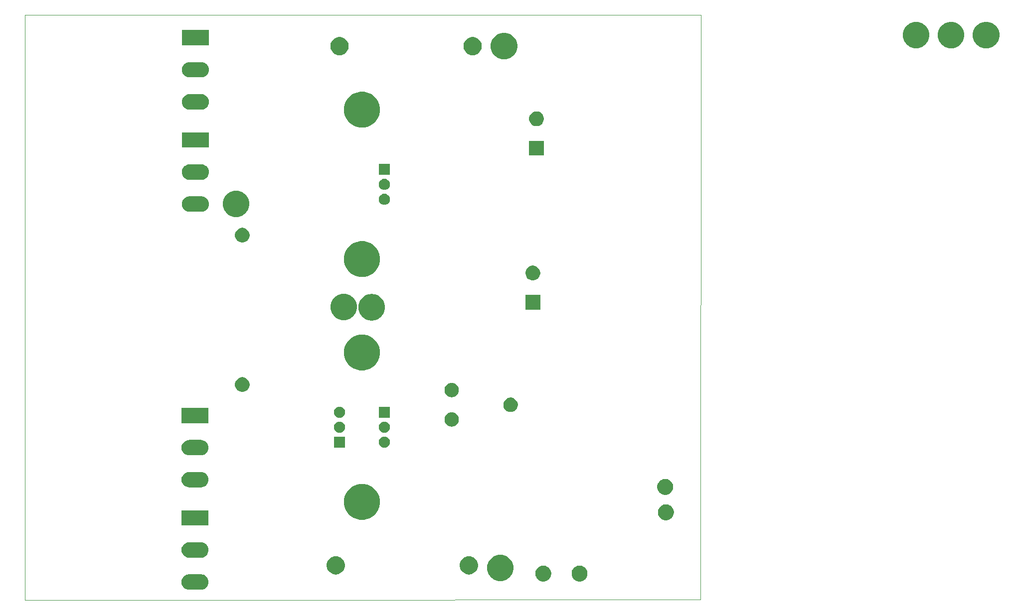
<source format=gbs>
%TF.GenerationSoftware,KiCad,Pcbnew,5.1.6-c6e7f7d~86~ubuntu18.04.1*%
%TF.CreationDate,2020-08-11T14:48:33+12:00*%
%TF.ProjectId,Trimodal SMD Cheap,5472696d-6f64-4616-9c20-534d44204368,rev?*%
%TF.SameCoordinates,Original*%
%TF.FileFunction,Soldermask,Bot*%
%TF.FilePolarity,Negative*%
%FSLAX46Y46*%
G04 Gerber Fmt 4.6, Leading zero omitted, Abs format (unit mm)*
G04 Created by KiCad (PCBNEW 5.1.6-c6e7f7d~86~ubuntu18.04.1) date 2020-08-11 14:48:33*
%MOMM*%
%LPD*%
G01*
G04 APERTURE LIST*
%TA.AperFunction,Profile*%
%ADD10C,0.100000*%
%TD*%
%ADD11C,0.150000*%
G04 APERTURE END LIST*
D10*
X62293500Y-131635500D02*
X31686500Y-131635500D01*
X62230000Y-32194500D02*
X31623000Y-32194500D01*
X31686500Y-131635500D02*
X31623000Y-32194500D01*
X146494500Y-32131000D02*
X146367500Y-131572000D01*
X62230000Y-32194500D02*
X146494500Y-32131000D01*
X146367500Y-131572000D02*
X62293500Y-131635500D01*
D11*
G36*
X61714972Y-127273912D02*
G01*
X61810540Y-127283325D01*
X62055780Y-127357718D01*
X62281794Y-127478525D01*
X62333399Y-127520876D01*
X62479897Y-127641103D01*
X62583165Y-127766937D01*
X62642475Y-127839206D01*
X62763282Y-128065220D01*
X62837675Y-128310460D01*
X62862794Y-128565500D01*
X62837675Y-128820540D01*
X62763282Y-129065780D01*
X62642475Y-129291794D01*
X62600124Y-129343399D01*
X62479897Y-129489897D01*
X62333399Y-129610124D01*
X62281794Y-129652475D01*
X62055780Y-129773282D01*
X61810540Y-129847675D01*
X61714973Y-129857087D01*
X61619406Y-129866500D01*
X59491594Y-129866500D01*
X59396027Y-129857087D01*
X59300460Y-129847675D01*
X59055220Y-129773282D01*
X58829206Y-129652475D01*
X58777601Y-129610124D01*
X58631103Y-129489897D01*
X58510876Y-129343399D01*
X58468525Y-129291794D01*
X58347718Y-129065780D01*
X58273325Y-128820540D01*
X58248206Y-128565500D01*
X58273325Y-128310460D01*
X58347718Y-128065220D01*
X58468525Y-127839206D01*
X58527835Y-127766937D01*
X58631103Y-127641103D01*
X58777601Y-127520876D01*
X58829206Y-127478525D01*
X59055220Y-127357718D01*
X59300460Y-127283325D01*
X59396028Y-127273912D01*
X59491594Y-127264500D01*
X61619406Y-127264500D01*
X61714972Y-127273912D01*
G37*
G36*
X126251072Y-125827918D02*
G01*
X126383476Y-125882761D01*
X126496939Y-125929759D01*
X126718212Y-126077610D01*
X126906390Y-126265788D01*
X126993533Y-126396205D01*
X127054242Y-126487063D01*
X127156082Y-126732928D01*
X127208000Y-126993937D01*
X127208000Y-127260063D01*
X127156082Y-127521072D01*
X127119484Y-127609429D01*
X127054241Y-127766939D01*
X126906390Y-127988212D01*
X126718212Y-128176390D01*
X126496939Y-128324241D01*
X126496938Y-128324242D01*
X126496937Y-128324242D01*
X126251072Y-128426082D01*
X125990063Y-128478000D01*
X125723937Y-128478000D01*
X125462928Y-128426082D01*
X125217063Y-128324242D01*
X125217062Y-128324242D01*
X125217061Y-128324241D01*
X124995788Y-128176390D01*
X124807610Y-127988212D01*
X124659759Y-127766939D01*
X124594517Y-127609429D01*
X124557918Y-127521072D01*
X124506000Y-127260063D01*
X124506000Y-126993937D01*
X124557918Y-126732928D01*
X124659758Y-126487063D01*
X124720468Y-126396205D01*
X124807610Y-126265788D01*
X124995788Y-126077610D01*
X125217061Y-125929759D01*
X125330525Y-125882761D01*
X125462928Y-125827918D01*
X125723937Y-125776000D01*
X125990063Y-125776000D01*
X126251072Y-125827918D01*
G37*
G36*
X120091572Y-125827918D02*
G01*
X120223976Y-125882761D01*
X120337439Y-125929759D01*
X120558712Y-126077610D01*
X120746890Y-126265788D01*
X120834033Y-126396205D01*
X120894742Y-126487063D01*
X120996582Y-126732928D01*
X121048500Y-126993937D01*
X121048500Y-127260063D01*
X120996582Y-127521072D01*
X120959984Y-127609429D01*
X120894741Y-127766939D01*
X120746890Y-127988212D01*
X120558712Y-128176390D01*
X120337439Y-128324241D01*
X120337438Y-128324242D01*
X120337437Y-128324242D01*
X120091572Y-128426082D01*
X119830563Y-128478000D01*
X119564437Y-128478000D01*
X119303428Y-128426082D01*
X119057563Y-128324242D01*
X119057562Y-128324242D01*
X119057561Y-128324241D01*
X118836288Y-128176390D01*
X118648110Y-127988212D01*
X118500259Y-127766939D01*
X118435017Y-127609429D01*
X118398418Y-127521072D01*
X118346500Y-127260063D01*
X118346500Y-126993937D01*
X118398418Y-126732928D01*
X118500258Y-126487063D01*
X118560968Y-126396205D01*
X118648110Y-126265788D01*
X118836288Y-126077610D01*
X119057561Y-125929759D01*
X119171025Y-125882761D01*
X119303428Y-125827918D01*
X119564437Y-125776000D01*
X119830563Y-125776000D01*
X120091572Y-125827918D01*
G37*
G36*
X112670880Y-123934276D02*
G01*
X113051593Y-124010004D01*
X113461249Y-124179689D01*
X113829929Y-124426034D01*
X114143466Y-124739571D01*
X114389811Y-125108251D01*
X114559496Y-125517907D01*
X114610833Y-125776000D01*
X114641418Y-125929758D01*
X114646000Y-125952796D01*
X114646000Y-126396204D01*
X114559496Y-126831093D01*
X114389811Y-127240749D01*
X114143466Y-127609429D01*
X113829929Y-127922966D01*
X113461249Y-128169311D01*
X113051593Y-128338996D01*
X112670880Y-128414724D01*
X112616705Y-128425500D01*
X112173295Y-128425500D01*
X112119120Y-128414724D01*
X111738407Y-128338996D01*
X111328751Y-128169311D01*
X110960071Y-127922966D01*
X110646534Y-127609429D01*
X110400189Y-127240749D01*
X110230504Y-126831093D01*
X110144000Y-126396204D01*
X110144000Y-125952796D01*
X110148583Y-125929758D01*
X110179167Y-125776000D01*
X110230504Y-125517907D01*
X110400189Y-125108251D01*
X110646534Y-124739571D01*
X110960071Y-124426034D01*
X111328751Y-124179689D01*
X111738407Y-124010004D01*
X112119120Y-123934276D01*
X112173295Y-123923500D01*
X112616705Y-123923500D01*
X112670880Y-123934276D01*
G37*
G36*
X107325777Y-124202475D02*
G01*
X107507410Y-124238604D01*
X107789674Y-124355521D01*
X108043705Y-124525259D01*
X108259741Y-124741295D01*
X108429479Y-124995326D01*
X108546396Y-125277590D01*
X108606000Y-125577240D01*
X108606000Y-125882760D01*
X108546396Y-126182410D01*
X108429479Y-126464674D01*
X108259741Y-126718705D01*
X108043705Y-126934741D01*
X107789674Y-127104479D01*
X107507410Y-127221396D01*
X107357585Y-127251198D01*
X107207761Y-127281000D01*
X106902239Y-127281000D01*
X106752415Y-127251198D01*
X106602590Y-127221396D01*
X106320326Y-127104479D01*
X106066295Y-126934741D01*
X105850259Y-126718705D01*
X105680521Y-126464674D01*
X105563604Y-126182410D01*
X105504000Y-125882760D01*
X105504000Y-125577240D01*
X105563604Y-125277590D01*
X105680521Y-124995326D01*
X105850259Y-124741295D01*
X106066295Y-124525259D01*
X106320326Y-124355521D01*
X106602590Y-124238604D01*
X106784223Y-124202475D01*
X106902239Y-124179000D01*
X107207761Y-124179000D01*
X107325777Y-124202475D01*
G37*
G36*
X84725777Y-124202475D02*
G01*
X84907410Y-124238604D01*
X85189674Y-124355521D01*
X85443705Y-124525259D01*
X85659741Y-124741295D01*
X85829479Y-124995326D01*
X85946396Y-125277590D01*
X86006000Y-125577240D01*
X86006000Y-125882760D01*
X85946396Y-126182410D01*
X85829479Y-126464674D01*
X85659741Y-126718705D01*
X85443705Y-126934741D01*
X85189674Y-127104479D01*
X84907410Y-127221396D01*
X84757585Y-127251198D01*
X84607761Y-127281000D01*
X84302239Y-127281000D01*
X84152415Y-127251198D01*
X84002590Y-127221396D01*
X83720326Y-127104479D01*
X83466295Y-126934741D01*
X83250259Y-126718705D01*
X83080521Y-126464674D01*
X82963604Y-126182410D01*
X82904000Y-125882760D01*
X82904000Y-125577240D01*
X82963604Y-125277590D01*
X83080521Y-124995326D01*
X83250259Y-124741295D01*
X83466295Y-124525259D01*
X83720326Y-124355521D01*
X84002590Y-124238604D01*
X84184223Y-124202475D01*
X84302239Y-124179000D01*
X84607761Y-124179000D01*
X84725777Y-124202475D01*
G37*
G36*
X61714973Y-121823913D02*
G01*
X61810540Y-121833325D01*
X62055780Y-121907718D01*
X62281794Y-122028525D01*
X62333399Y-122070876D01*
X62479897Y-122191103D01*
X62600124Y-122337601D01*
X62642475Y-122389206D01*
X62763282Y-122615220D01*
X62837675Y-122860460D01*
X62862794Y-123115500D01*
X62837675Y-123370540D01*
X62763282Y-123615780D01*
X62642475Y-123841794D01*
X62600124Y-123893399D01*
X62479897Y-124039897D01*
X62333399Y-124160124D01*
X62281794Y-124202475D01*
X62055780Y-124323282D01*
X61810540Y-124397675D01*
X61714973Y-124407087D01*
X61619406Y-124416500D01*
X59491594Y-124416500D01*
X59396027Y-124407087D01*
X59300460Y-124397675D01*
X59055220Y-124323282D01*
X58829206Y-124202475D01*
X58777601Y-124160124D01*
X58631103Y-124039897D01*
X58510876Y-123893399D01*
X58468525Y-123841794D01*
X58347718Y-123615780D01*
X58273325Y-123370540D01*
X58248206Y-123115500D01*
X58273325Y-122860460D01*
X58347718Y-122615220D01*
X58468525Y-122389206D01*
X58510876Y-122337601D01*
X58631103Y-122191103D01*
X58777601Y-122070876D01*
X58829206Y-122028525D01*
X59055220Y-121907718D01*
X59300460Y-121833325D01*
X59396027Y-121823913D01*
X59491594Y-121814500D01*
X61619406Y-121814500D01*
X61714973Y-121823913D01*
G37*
G36*
X62856500Y-118966500D02*
G01*
X58254500Y-118966500D01*
X58254500Y-116364500D01*
X62856500Y-116364500D01*
X62856500Y-118966500D01*
G37*
G36*
X140919572Y-115413918D02*
G01*
X141165439Y-115515759D01*
X141276828Y-115590187D01*
X141386711Y-115663609D01*
X141574891Y-115851789D01*
X141722742Y-116073063D01*
X141824582Y-116318928D01*
X141876500Y-116579937D01*
X141876500Y-116846063D01*
X141824582Y-117107072D01*
X141742654Y-117304866D01*
X141722741Y-117352939D01*
X141574890Y-117574212D01*
X141386712Y-117762390D01*
X141165439Y-117910241D01*
X141165438Y-117910242D01*
X141165437Y-117910242D01*
X140919572Y-118012082D01*
X140658563Y-118064000D01*
X140392437Y-118064000D01*
X140131428Y-118012082D01*
X139885563Y-117910242D01*
X139885562Y-117910242D01*
X139885561Y-117910241D01*
X139664288Y-117762390D01*
X139476110Y-117574212D01*
X139328259Y-117352939D01*
X139308347Y-117304866D01*
X139226418Y-117107072D01*
X139174500Y-116846063D01*
X139174500Y-116579937D01*
X139226418Y-116318928D01*
X139328258Y-116073063D01*
X139476109Y-115851789D01*
X139664289Y-115663609D01*
X139774172Y-115590187D01*
X139885561Y-115515759D01*
X140131428Y-115413918D01*
X140392437Y-115362000D01*
X140658563Y-115362000D01*
X140919572Y-115413918D01*
G37*
G36*
X89789943Y-112001248D02*
G01*
X90345189Y-112231238D01*
X90559267Y-112374281D01*
X90844899Y-112565134D01*
X91269866Y-112990101D01*
X91269867Y-112990103D01*
X91603762Y-113489811D01*
X91833752Y-114045057D01*
X91951000Y-114634501D01*
X91951000Y-115235499D01*
X91833752Y-115824943D01*
X91603762Y-116380189D01*
X91603761Y-116380190D01*
X91269866Y-116879899D01*
X90844899Y-117304866D01*
X90593347Y-117472948D01*
X90345189Y-117638762D01*
X89789943Y-117868752D01*
X89200499Y-117986000D01*
X88599501Y-117986000D01*
X88010057Y-117868752D01*
X87454811Y-117638762D01*
X87206653Y-117472948D01*
X86955101Y-117304866D01*
X86530134Y-116879899D01*
X86196239Y-116380190D01*
X86196238Y-116380189D01*
X85966248Y-115824943D01*
X85849000Y-115235499D01*
X85849000Y-114634501D01*
X85966248Y-114045057D01*
X86196238Y-113489811D01*
X86530133Y-112990103D01*
X86530134Y-112990101D01*
X86955101Y-112565134D01*
X87240733Y-112374281D01*
X87454811Y-112231238D01*
X88010057Y-112001248D01*
X88599501Y-111884000D01*
X89200499Y-111884000D01*
X89789943Y-112001248D01*
G37*
G36*
X140792572Y-111095918D02*
G01*
X141038439Y-111197759D01*
X141149828Y-111272187D01*
X141259711Y-111345609D01*
X141447891Y-111533789D01*
X141595742Y-111755063D01*
X141697582Y-112000928D01*
X141749500Y-112261937D01*
X141749500Y-112528063D01*
X141697582Y-112789072D01*
X141614314Y-112990101D01*
X141595741Y-113034939D01*
X141447890Y-113256212D01*
X141259712Y-113444390D01*
X141038439Y-113592241D01*
X141038438Y-113592242D01*
X141038437Y-113592242D01*
X140792572Y-113694082D01*
X140531563Y-113746000D01*
X140265437Y-113746000D01*
X140004428Y-113694082D01*
X139758563Y-113592242D01*
X139758562Y-113592242D01*
X139758561Y-113592241D01*
X139537288Y-113444390D01*
X139349110Y-113256212D01*
X139201259Y-113034939D01*
X139182687Y-112990101D01*
X139099418Y-112789072D01*
X139047500Y-112528063D01*
X139047500Y-112261937D01*
X139099418Y-112000928D01*
X139201258Y-111755063D01*
X139349109Y-111533789D01*
X139537289Y-111345609D01*
X139647172Y-111272187D01*
X139758561Y-111197759D01*
X140004428Y-111095918D01*
X140265437Y-111044000D01*
X140531563Y-111044000D01*
X140792572Y-111095918D01*
G37*
G36*
X61714973Y-109874913D02*
G01*
X61810540Y-109884325D01*
X62055780Y-109958718D01*
X62281794Y-110079525D01*
X62333399Y-110121876D01*
X62479897Y-110242103D01*
X62600124Y-110388601D01*
X62642475Y-110440206D01*
X62763282Y-110666220D01*
X62837675Y-110911460D01*
X62862794Y-111166500D01*
X62837675Y-111421540D01*
X62763282Y-111666780D01*
X62642475Y-111892794D01*
X62600124Y-111944399D01*
X62479897Y-112090897D01*
X62333399Y-112211124D01*
X62281794Y-112253475D01*
X62055780Y-112374282D01*
X61810540Y-112448675D01*
X61714972Y-112458088D01*
X61619406Y-112467500D01*
X59491594Y-112467500D01*
X59396028Y-112458088D01*
X59300460Y-112448675D01*
X59055220Y-112374282D01*
X58829206Y-112253475D01*
X58777601Y-112211124D01*
X58631103Y-112090897D01*
X58510876Y-111944399D01*
X58468525Y-111892794D01*
X58347718Y-111666780D01*
X58273325Y-111421540D01*
X58248206Y-111166500D01*
X58273325Y-110911460D01*
X58347718Y-110666220D01*
X58468525Y-110440206D01*
X58510876Y-110388601D01*
X58631103Y-110242103D01*
X58777601Y-110121876D01*
X58829206Y-110079525D01*
X59055220Y-109958718D01*
X59300460Y-109884325D01*
X59396027Y-109874913D01*
X59491594Y-109865500D01*
X61619406Y-109865500D01*
X61714973Y-109874913D01*
G37*
G36*
X61714972Y-104424912D02*
G01*
X61810540Y-104434325D01*
X62055780Y-104508718D01*
X62281794Y-104629525D01*
X62333399Y-104671876D01*
X62479897Y-104792103D01*
X62600124Y-104938601D01*
X62642475Y-104990206D01*
X62763282Y-105216220D01*
X62837675Y-105461460D01*
X62862794Y-105716500D01*
X62837675Y-105971540D01*
X62763282Y-106216780D01*
X62642475Y-106442794D01*
X62600124Y-106494399D01*
X62479897Y-106640897D01*
X62333399Y-106761124D01*
X62281794Y-106803475D01*
X62055780Y-106924282D01*
X61810540Y-106998675D01*
X61714973Y-107008087D01*
X61619406Y-107017500D01*
X59491594Y-107017500D01*
X59396027Y-107008087D01*
X59300460Y-106998675D01*
X59055220Y-106924282D01*
X58829206Y-106803475D01*
X58777601Y-106761124D01*
X58631103Y-106640897D01*
X58510876Y-106494399D01*
X58468525Y-106442794D01*
X58347718Y-106216780D01*
X58273325Y-105971540D01*
X58248206Y-105716500D01*
X58273325Y-105461460D01*
X58347718Y-105216220D01*
X58468525Y-104990206D01*
X58510876Y-104938601D01*
X58631103Y-104792103D01*
X58777601Y-104671876D01*
X58829206Y-104629525D01*
X59055220Y-104508718D01*
X59300460Y-104434325D01*
X59396028Y-104424912D01*
X59491594Y-104415500D01*
X61619406Y-104415500D01*
X61714972Y-104424912D01*
G37*
G36*
X86041000Y-105726000D02*
G01*
X84139000Y-105726000D01*
X84139000Y-103824000D01*
X86041000Y-103824000D01*
X86041000Y-105726000D01*
G37*
G36*
X92987395Y-103860546D02*
G01*
X93160466Y-103932234D01*
X93160467Y-103932235D01*
X93316227Y-104036310D01*
X93448690Y-104168773D01*
X93448691Y-104168775D01*
X93552766Y-104324534D01*
X93624454Y-104497605D01*
X93661000Y-104681333D01*
X93661000Y-104868667D01*
X93624454Y-105052395D01*
X93552766Y-105225466D01*
X93552765Y-105225467D01*
X93448690Y-105381227D01*
X93316227Y-105513690D01*
X93237818Y-105566081D01*
X93160466Y-105617766D01*
X92987395Y-105689454D01*
X92803667Y-105726000D01*
X92616333Y-105726000D01*
X92432605Y-105689454D01*
X92259534Y-105617766D01*
X92182182Y-105566081D01*
X92103773Y-105513690D01*
X91971310Y-105381227D01*
X91867235Y-105225467D01*
X91867234Y-105225466D01*
X91795546Y-105052395D01*
X91759000Y-104868667D01*
X91759000Y-104681333D01*
X91795546Y-104497605D01*
X91867234Y-104324534D01*
X91971309Y-104168775D01*
X91971310Y-104168773D01*
X92103773Y-104036310D01*
X92259533Y-103932235D01*
X92259534Y-103932234D01*
X92432605Y-103860546D01*
X92616333Y-103824000D01*
X92803667Y-103824000D01*
X92987395Y-103860546D01*
G37*
G36*
X85367395Y-101320546D02*
G01*
X85540466Y-101392234D01*
X85540467Y-101392235D01*
X85696227Y-101496310D01*
X85828690Y-101628773D01*
X85828691Y-101628775D01*
X85932766Y-101784534D01*
X86004454Y-101957605D01*
X86041000Y-102141333D01*
X86041000Y-102328667D01*
X86004454Y-102512395D01*
X85932766Y-102685466D01*
X85932765Y-102685467D01*
X85828690Y-102841227D01*
X85696227Y-102973690D01*
X85617818Y-103026081D01*
X85540466Y-103077766D01*
X85367395Y-103149454D01*
X85183667Y-103186000D01*
X84996333Y-103186000D01*
X84812605Y-103149454D01*
X84639534Y-103077766D01*
X84562182Y-103026081D01*
X84483773Y-102973690D01*
X84351310Y-102841227D01*
X84247235Y-102685467D01*
X84247234Y-102685466D01*
X84175546Y-102512395D01*
X84139000Y-102328667D01*
X84139000Y-102141333D01*
X84175546Y-101957605D01*
X84247234Y-101784534D01*
X84351309Y-101628775D01*
X84351310Y-101628773D01*
X84483773Y-101496310D01*
X84639533Y-101392235D01*
X84639534Y-101392234D01*
X84812605Y-101320546D01*
X84996333Y-101284000D01*
X85183667Y-101284000D01*
X85367395Y-101320546D01*
G37*
G36*
X92987395Y-101320546D02*
G01*
X93160466Y-101392234D01*
X93160467Y-101392235D01*
X93316227Y-101496310D01*
X93448690Y-101628773D01*
X93448691Y-101628775D01*
X93552766Y-101784534D01*
X93624454Y-101957605D01*
X93661000Y-102141333D01*
X93661000Y-102328667D01*
X93624454Y-102512395D01*
X93552766Y-102685466D01*
X93552765Y-102685467D01*
X93448690Y-102841227D01*
X93316227Y-102973690D01*
X93237818Y-103026081D01*
X93160466Y-103077766D01*
X92987395Y-103149454D01*
X92803667Y-103186000D01*
X92616333Y-103186000D01*
X92432605Y-103149454D01*
X92259534Y-103077766D01*
X92182182Y-103026081D01*
X92103773Y-102973690D01*
X91971310Y-102841227D01*
X91867235Y-102685467D01*
X91867234Y-102685466D01*
X91795546Y-102512395D01*
X91759000Y-102328667D01*
X91759000Y-102141333D01*
X91795546Y-101957605D01*
X91867234Y-101784534D01*
X91971309Y-101628775D01*
X91971310Y-101628773D01*
X92103773Y-101496310D01*
X92259533Y-101392235D01*
X92259534Y-101392234D01*
X92432605Y-101320546D01*
X92616333Y-101284000D01*
X92803667Y-101284000D01*
X92987395Y-101320546D01*
G37*
G36*
X104378205Y-99727461D02*
G01*
X104496153Y-99750922D01*
X104587272Y-99788665D01*
X104718359Y-99842963D01*
X104918342Y-99976587D01*
X105088413Y-100146658D01*
X105222037Y-100346641D01*
X105258094Y-100433690D01*
X105314078Y-100568847D01*
X105361000Y-100804742D01*
X105361000Y-101045258D01*
X105314078Y-101281153D01*
X105297760Y-101320547D01*
X105222037Y-101503359D01*
X105088413Y-101703342D01*
X104918342Y-101873413D01*
X104718359Y-102007037D01*
X104588194Y-102060953D01*
X104496153Y-102099078D01*
X104378205Y-102122539D01*
X104260259Y-102146000D01*
X104019741Y-102146000D01*
X103901795Y-102122539D01*
X103783847Y-102099078D01*
X103691806Y-102060953D01*
X103561641Y-102007037D01*
X103361658Y-101873413D01*
X103191587Y-101703342D01*
X103057963Y-101503359D01*
X102982240Y-101320547D01*
X102965922Y-101281153D01*
X102919000Y-101045258D01*
X102919000Y-100804742D01*
X102965922Y-100568847D01*
X103021906Y-100433690D01*
X103057963Y-100346641D01*
X103191587Y-100146658D01*
X103361658Y-99976587D01*
X103561641Y-99842963D01*
X103692728Y-99788665D01*
X103783847Y-99750922D01*
X103901795Y-99727461D01*
X104019741Y-99704000D01*
X104260259Y-99704000D01*
X104378205Y-99727461D01*
G37*
G36*
X62856500Y-101567500D02*
G01*
X58254500Y-101567500D01*
X58254500Y-98965500D01*
X62856500Y-98965500D01*
X62856500Y-101567500D01*
G37*
G36*
X85367395Y-98780546D02*
G01*
X85540466Y-98852234D01*
X85540467Y-98852235D01*
X85696227Y-98956310D01*
X85828690Y-99088773D01*
X85828691Y-99088775D01*
X85932766Y-99244534D01*
X86004454Y-99417605D01*
X86041000Y-99601333D01*
X86041000Y-99788667D01*
X86004454Y-99972395D01*
X85932766Y-100145466D01*
X85881081Y-100222818D01*
X85828690Y-100301227D01*
X85696227Y-100433690D01*
X85617818Y-100486081D01*
X85540466Y-100537766D01*
X85367395Y-100609454D01*
X85183667Y-100646000D01*
X84996333Y-100646000D01*
X84812605Y-100609454D01*
X84639534Y-100537766D01*
X84562182Y-100486081D01*
X84483773Y-100433690D01*
X84351310Y-100301227D01*
X84298919Y-100222818D01*
X84247234Y-100145466D01*
X84175546Y-99972395D01*
X84139000Y-99788667D01*
X84139000Y-99601333D01*
X84175546Y-99417605D01*
X84247234Y-99244534D01*
X84351309Y-99088775D01*
X84351310Y-99088773D01*
X84483773Y-98956310D01*
X84639533Y-98852235D01*
X84639534Y-98852234D01*
X84812605Y-98780546D01*
X84996333Y-98744000D01*
X85183667Y-98744000D01*
X85367395Y-98780546D01*
G37*
G36*
X93661000Y-100646000D02*
G01*
X91759000Y-100646000D01*
X91759000Y-98744000D01*
X93661000Y-98744000D01*
X93661000Y-100646000D01*
G37*
G36*
X114496153Y-97250922D02*
G01*
X114588194Y-97289047D01*
X114718359Y-97342963D01*
X114918342Y-97476587D01*
X115088413Y-97646658D01*
X115222037Y-97846641D01*
X115275953Y-97976806D01*
X115314078Y-98068847D01*
X115361000Y-98304742D01*
X115361000Y-98545258D01*
X115314199Y-98780547D01*
X115314078Y-98781152D01*
X115222037Y-99003359D01*
X115088413Y-99203342D01*
X114918342Y-99373413D01*
X114718359Y-99507037D01*
X114588194Y-99560953D01*
X114496153Y-99599078D01*
X114260259Y-99646000D01*
X114019741Y-99646000D01*
X113901795Y-99622539D01*
X113783847Y-99599078D01*
X113691806Y-99560953D01*
X113561641Y-99507037D01*
X113361658Y-99373413D01*
X113191587Y-99203342D01*
X113057963Y-99003359D01*
X112965922Y-98781152D01*
X112965802Y-98780547D01*
X112919000Y-98545258D01*
X112919000Y-98304742D01*
X112965922Y-98068847D01*
X113004047Y-97976806D01*
X113057963Y-97846641D01*
X113191587Y-97646658D01*
X113361658Y-97476587D01*
X113561641Y-97342963D01*
X113691806Y-97289047D01*
X113783847Y-97250922D01*
X114019741Y-97204000D01*
X114260259Y-97204000D01*
X114496153Y-97250922D01*
G37*
G36*
X104378205Y-94727461D02*
G01*
X104496153Y-94750922D01*
X104588194Y-94789047D01*
X104718359Y-94842963D01*
X104918342Y-94976587D01*
X105088413Y-95146658D01*
X105222037Y-95346641D01*
X105314078Y-95568848D01*
X105361000Y-95804741D01*
X105361000Y-96045259D01*
X105314078Y-96281152D01*
X105222037Y-96503359D01*
X105088413Y-96703342D01*
X104918342Y-96873413D01*
X104718359Y-97007037D01*
X104588194Y-97060953D01*
X104496153Y-97099078D01*
X104378205Y-97122539D01*
X104260259Y-97146000D01*
X104019741Y-97146000D01*
X103901795Y-97122539D01*
X103783847Y-97099078D01*
X103691806Y-97060953D01*
X103561641Y-97007037D01*
X103361658Y-96873413D01*
X103191587Y-96703342D01*
X103057963Y-96503359D01*
X102965922Y-96281152D01*
X102919000Y-96045259D01*
X102919000Y-95804741D01*
X102965922Y-95568848D01*
X103057963Y-95346641D01*
X103191587Y-95146658D01*
X103361658Y-94976587D01*
X103561641Y-94842963D01*
X103691806Y-94789047D01*
X103783847Y-94750922D01*
X103901795Y-94727461D01*
X104019741Y-94704000D01*
X104260259Y-94704000D01*
X104378205Y-94727461D01*
G37*
G36*
X68944903Y-93793075D02*
G01*
X69172571Y-93887378D01*
X69377466Y-94024285D01*
X69551715Y-94198534D01*
X69688622Y-94403429D01*
X69782925Y-94631097D01*
X69831000Y-94872787D01*
X69831000Y-95119213D01*
X69782925Y-95360903D01*
X69688622Y-95588571D01*
X69551715Y-95793466D01*
X69377466Y-95967715D01*
X69172571Y-96104622D01*
X69172570Y-96104623D01*
X69172569Y-96104623D01*
X68944903Y-96198925D01*
X68703214Y-96247000D01*
X68456786Y-96247000D01*
X68215097Y-96198925D01*
X67987431Y-96104623D01*
X67987430Y-96104623D01*
X67987429Y-96104622D01*
X67782534Y-95967715D01*
X67608285Y-95793466D01*
X67471378Y-95588571D01*
X67377075Y-95360903D01*
X67329000Y-95119213D01*
X67329000Y-94872787D01*
X67377075Y-94631097D01*
X67471378Y-94403429D01*
X67608285Y-94198534D01*
X67782534Y-94024285D01*
X67987429Y-93887378D01*
X68215097Y-93793075D01*
X68456786Y-93745000D01*
X68703214Y-93745000D01*
X68944903Y-93793075D01*
G37*
G36*
X89789943Y-86601248D02*
G01*
X90345189Y-86831238D01*
X90345190Y-86831239D01*
X90844899Y-87165134D01*
X91269866Y-87590101D01*
X91269867Y-87590103D01*
X91603762Y-88089811D01*
X91833752Y-88645057D01*
X91951000Y-89234501D01*
X91951000Y-89835499D01*
X91833752Y-90424943D01*
X91603762Y-90980189D01*
X91603761Y-90980190D01*
X91269866Y-91479899D01*
X90844899Y-91904866D01*
X90593347Y-92072948D01*
X90345189Y-92238762D01*
X89789943Y-92468752D01*
X89200499Y-92586000D01*
X88599501Y-92586000D01*
X88010057Y-92468752D01*
X87454811Y-92238762D01*
X87206653Y-92072948D01*
X86955101Y-91904866D01*
X86530134Y-91479899D01*
X86196239Y-90980190D01*
X86196238Y-90980189D01*
X85966248Y-90424943D01*
X85849000Y-89835499D01*
X85849000Y-89234501D01*
X85966248Y-88645057D01*
X86196238Y-88089811D01*
X86530133Y-87590103D01*
X86530134Y-87590101D01*
X86955101Y-87165134D01*
X87454810Y-86831239D01*
X87454811Y-86831238D01*
X88010057Y-86601248D01*
X88599501Y-86484000D01*
X89200499Y-86484000D01*
X89789943Y-86601248D01*
G37*
G36*
X90826880Y-79611276D02*
G01*
X91207593Y-79687004D01*
X91617249Y-79856689D01*
X91985929Y-80103034D01*
X92299466Y-80416571D01*
X92545811Y-80785251D01*
X92715496Y-81194907D01*
X92802000Y-81629796D01*
X92802000Y-82073204D01*
X92715496Y-82508093D01*
X92545811Y-82917749D01*
X92299466Y-83286429D01*
X91985929Y-83599966D01*
X91617249Y-83846311D01*
X91207593Y-84015996D01*
X90826880Y-84091724D01*
X90772705Y-84102500D01*
X90329295Y-84102500D01*
X90275120Y-84091724D01*
X89894407Y-84015996D01*
X89484751Y-83846311D01*
X89116071Y-83599966D01*
X88802534Y-83286429D01*
X88556189Y-82917749D01*
X88386504Y-82508093D01*
X88300000Y-82073204D01*
X88300000Y-81629796D01*
X88386504Y-81194907D01*
X88556189Y-80785251D01*
X88802534Y-80416571D01*
X89116071Y-80103034D01*
X89484751Y-79856689D01*
X89894407Y-79687004D01*
X90275120Y-79611276D01*
X90329295Y-79600500D01*
X90772705Y-79600500D01*
X90826880Y-79611276D01*
G37*
G36*
X86064380Y-79547776D02*
G01*
X86445093Y-79623504D01*
X86854749Y-79793189D01*
X87223429Y-80039534D01*
X87536966Y-80353071D01*
X87783311Y-80721751D01*
X87952996Y-81131407D01*
X88039500Y-81566296D01*
X88039500Y-82009704D01*
X87952996Y-82444593D01*
X87783311Y-82854249D01*
X87536966Y-83222929D01*
X87223429Y-83536466D01*
X86854749Y-83782811D01*
X86445093Y-83952496D01*
X86064380Y-84028224D01*
X86010205Y-84039000D01*
X85566795Y-84039000D01*
X85512620Y-84028224D01*
X85131907Y-83952496D01*
X84722251Y-83782811D01*
X84353571Y-83536466D01*
X84040034Y-83222929D01*
X83793689Y-82854249D01*
X83624004Y-82444593D01*
X83537500Y-82009704D01*
X83537500Y-81566296D01*
X83624004Y-81131407D01*
X83793689Y-80721751D01*
X84040034Y-80353071D01*
X84353571Y-80039534D01*
X84722251Y-79793189D01*
X85131907Y-79623504D01*
X85512620Y-79547776D01*
X85566795Y-79537000D01*
X86010205Y-79537000D01*
X86064380Y-79547776D01*
G37*
G36*
X119170500Y-82277000D02*
G01*
X116668500Y-82277000D01*
X116668500Y-79775000D01*
X119170500Y-79775000D01*
X119170500Y-82277000D01*
G37*
G36*
X118284403Y-74823075D02*
G01*
X118512071Y-74917378D01*
X118716966Y-75054285D01*
X118891215Y-75228534D01*
X118891216Y-75228536D01*
X119028123Y-75433431D01*
X119122425Y-75661097D01*
X119170500Y-75902786D01*
X119170500Y-76149214D01*
X119122425Y-76390903D01*
X119038403Y-76593752D01*
X119028122Y-76618571D01*
X118891215Y-76823466D01*
X118716966Y-76997715D01*
X118512071Y-77134622D01*
X118512070Y-77134623D01*
X118512069Y-77134623D01*
X118284403Y-77228925D01*
X118042714Y-77277000D01*
X117796286Y-77277000D01*
X117554597Y-77228925D01*
X117326931Y-77134623D01*
X117326930Y-77134623D01*
X117326929Y-77134622D01*
X117122034Y-76997715D01*
X116947785Y-76823466D01*
X116810878Y-76618571D01*
X116800598Y-76593752D01*
X116716575Y-76390903D01*
X116668500Y-76149214D01*
X116668500Y-75902786D01*
X116716575Y-75661097D01*
X116810877Y-75433431D01*
X116947784Y-75228536D01*
X116947785Y-75228534D01*
X117122034Y-75054285D01*
X117326929Y-74917378D01*
X117554597Y-74823075D01*
X117796286Y-74775000D01*
X118042714Y-74775000D01*
X118284403Y-74823075D01*
G37*
G36*
X89789943Y-70726248D02*
G01*
X90345189Y-70956238D01*
X90345190Y-70956239D01*
X90844899Y-71290134D01*
X91269866Y-71715101D01*
X91269867Y-71715103D01*
X91603762Y-72214811D01*
X91833752Y-72770057D01*
X91951000Y-73359501D01*
X91951000Y-73960499D01*
X91833752Y-74549943D01*
X91603762Y-75105189D01*
X91603761Y-75105190D01*
X91269866Y-75604899D01*
X90844899Y-76029866D01*
X90666284Y-76149213D01*
X90345189Y-76363762D01*
X89789943Y-76593752D01*
X89200499Y-76711000D01*
X88599501Y-76711000D01*
X88010057Y-76593752D01*
X87454811Y-76363762D01*
X87133716Y-76149213D01*
X86955101Y-76029866D01*
X86530134Y-75604899D01*
X86196239Y-75105190D01*
X86196238Y-75105189D01*
X85966248Y-74549943D01*
X85849000Y-73960499D01*
X85849000Y-73359501D01*
X85966248Y-72770057D01*
X86196238Y-72214811D01*
X86530133Y-71715103D01*
X86530134Y-71715101D01*
X86955101Y-71290134D01*
X87454810Y-70956239D01*
X87454811Y-70956238D01*
X88010057Y-70726248D01*
X88599501Y-70609000D01*
X89200499Y-70609000D01*
X89789943Y-70726248D01*
G37*
G36*
X68944903Y-68393075D02*
G01*
X69172571Y-68487378D01*
X69377466Y-68624285D01*
X69551715Y-68798534D01*
X69688622Y-69003429D01*
X69782925Y-69231097D01*
X69831000Y-69472787D01*
X69831000Y-69719213D01*
X69782925Y-69960903D01*
X69688622Y-70188571D01*
X69551715Y-70393466D01*
X69377466Y-70567715D01*
X69172571Y-70704622D01*
X69172570Y-70704623D01*
X69172569Y-70704623D01*
X68944903Y-70798925D01*
X68703214Y-70847000D01*
X68456786Y-70847000D01*
X68215097Y-70798925D01*
X67987431Y-70704623D01*
X67987430Y-70704623D01*
X67987429Y-70704622D01*
X67782534Y-70567715D01*
X67608285Y-70393466D01*
X67471378Y-70188571D01*
X67377075Y-69960903D01*
X67329000Y-69719213D01*
X67329000Y-69472787D01*
X67377075Y-69231097D01*
X67471378Y-69003429D01*
X67608285Y-68798534D01*
X67782534Y-68624285D01*
X67987429Y-68487378D01*
X68215097Y-68393075D01*
X68456786Y-68345000D01*
X68703214Y-68345000D01*
X68944903Y-68393075D01*
G37*
G36*
X67776380Y-62021776D02*
G01*
X68157093Y-62097504D01*
X68566749Y-62267189D01*
X68935429Y-62513534D01*
X69248966Y-62827071D01*
X69495311Y-63195751D01*
X69664996Y-63605407D01*
X69751500Y-64040296D01*
X69751500Y-64483704D01*
X69664996Y-64918593D01*
X69495311Y-65328249D01*
X69248966Y-65696929D01*
X68935429Y-66010466D01*
X68566749Y-66256811D01*
X68157093Y-66426496D01*
X67776380Y-66502224D01*
X67722205Y-66513000D01*
X67278795Y-66513000D01*
X67224620Y-66502224D01*
X66843907Y-66426496D01*
X66434251Y-66256811D01*
X66065571Y-66010466D01*
X65752034Y-65696929D01*
X65505689Y-65328249D01*
X65336004Y-64918593D01*
X65249500Y-64483704D01*
X65249500Y-64040296D01*
X65336004Y-63605407D01*
X65505689Y-63195751D01*
X65752034Y-62827071D01*
X66065571Y-62513534D01*
X66434251Y-62267189D01*
X66843907Y-62097504D01*
X67224620Y-62021776D01*
X67278795Y-62011000D01*
X67722205Y-62011000D01*
X67776380Y-62021776D01*
G37*
G36*
X61778473Y-63011913D02*
G01*
X61874040Y-63021325D01*
X62119280Y-63095718D01*
X62345294Y-63216525D01*
X62352701Y-63222604D01*
X62543397Y-63379103D01*
X62663624Y-63525601D01*
X62705975Y-63577206D01*
X62826782Y-63803220D01*
X62901175Y-64048460D01*
X62926294Y-64303500D01*
X62901175Y-64558540D01*
X62826782Y-64803780D01*
X62705975Y-65029794D01*
X62663624Y-65081399D01*
X62543397Y-65227897D01*
X62396899Y-65348124D01*
X62345294Y-65390475D01*
X62119280Y-65511282D01*
X61874040Y-65585675D01*
X61778472Y-65595088D01*
X61682906Y-65604500D01*
X59555094Y-65604500D01*
X59459528Y-65595088D01*
X59363960Y-65585675D01*
X59118720Y-65511282D01*
X58892706Y-65390475D01*
X58841101Y-65348124D01*
X58694603Y-65227897D01*
X58574376Y-65081399D01*
X58532025Y-65029794D01*
X58411218Y-64803780D01*
X58336825Y-64558540D01*
X58311706Y-64303500D01*
X58336825Y-64048460D01*
X58411218Y-63803220D01*
X58532025Y-63577206D01*
X58574376Y-63525601D01*
X58694603Y-63379103D01*
X58885299Y-63222604D01*
X58892706Y-63216525D01*
X59118720Y-63095718D01*
X59363960Y-63021325D01*
X59459527Y-63011913D01*
X59555094Y-63002500D01*
X61682906Y-63002500D01*
X61778473Y-63011913D01*
G37*
G36*
X92987395Y-62585546D02*
G01*
X93160466Y-62657234D01*
X93160467Y-62657235D01*
X93316227Y-62761310D01*
X93448690Y-62893773D01*
X93448691Y-62893775D01*
X93552766Y-63049534D01*
X93624454Y-63222605D01*
X93661000Y-63406333D01*
X93661000Y-63593667D01*
X93624454Y-63777395D01*
X93552766Y-63950466D01*
X93552765Y-63950467D01*
X93448690Y-64106227D01*
X93316227Y-64238690D01*
X93237818Y-64291081D01*
X93160466Y-64342766D01*
X92987395Y-64414454D01*
X92803667Y-64451000D01*
X92616333Y-64451000D01*
X92432605Y-64414454D01*
X92259534Y-64342766D01*
X92182182Y-64291081D01*
X92103773Y-64238690D01*
X91971310Y-64106227D01*
X91867235Y-63950467D01*
X91867234Y-63950466D01*
X91795546Y-63777395D01*
X91759000Y-63593667D01*
X91759000Y-63406333D01*
X91795546Y-63222605D01*
X91867234Y-63049534D01*
X91971309Y-62893775D01*
X91971310Y-62893773D01*
X92103773Y-62761310D01*
X92259533Y-62657235D01*
X92259534Y-62657234D01*
X92432605Y-62585546D01*
X92616333Y-62549000D01*
X92803667Y-62549000D01*
X92987395Y-62585546D01*
G37*
G36*
X92987395Y-60045546D02*
G01*
X93160466Y-60117234D01*
X93160467Y-60117235D01*
X93316227Y-60221310D01*
X93448690Y-60353773D01*
X93448691Y-60353775D01*
X93552766Y-60509534D01*
X93624454Y-60682605D01*
X93661000Y-60866333D01*
X93661000Y-61053667D01*
X93624454Y-61237395D01*
X93552766Y-61410466D01*
X93552765Y-61410467D01*
X93448690Y-61566227D01*
X93316227Y-61698690D01*
X93237818Y-61751081D01*
X93160466Y-61802766D01*
X92987395Y-61874454D01*
X92803667Y-61911000D01*
X92616333Y-61911000D01*
X92432605Y-61874454D01*
X92259534Y-61802766D01*
X92182182Y-61751081D01*
X92103773Y-61698690D01*
X91971310Y-61566227D01*
X91867235Y-61410467D01*
X91867234Y-61410466D01*
X91795546Y-61237395D01*
X91759000Y-61053667D01*
X91759000Y-60866333D01*
X91795546Y-60682605D01*
X91867234Y-60509534D01*
X91971309Y-60353775D01*
X91971310Y-60353773D01*
X92103773Y-60221310D01*
X92259533Y-60117235D01*
X92259534Y-60117234D01*
X92432605Y-60045546D01*
X92616333Y-60009000D01*
X92803667Y-60009000D01*
X92987395Y-60045546D01*
G37*
G36*
X61778472Y-57561912D02*
G01*
X61874040Y-57571325D01*
X62119280Y-57645718D01*
X62345294Y-57766525D01*
X62396899Y-57808876D01*
X62543397Y-57929103D01*
X62663624Y-58075601D01*
X62705975Y-58127206D01*
X62826782Y-58353220D01*
X62901175Y-58598460D01*
X62926294Y-58853500D01*
X62901175Y-59108540D01*
X62826782Y-59353780D01*
X62705975Y-59579794D01*
X62663624Y-59631399D01*
X62543397Y-59777897D01*
X62396899Y-59898124D01*
X62345294Y-59940475D01*
X62119280Y-60061282D01*
X61874040Y-60135675D01*
X61778472Y-60145088D01*
X61682906Y-60154500D01*
X59555094Y-60154500D01*
X59459528Y-60145088D01*
X59363960Y-60135675D01*
X59118720Y-60061282D01*
X58892706Y-59940475D01*
X58841101Y-59898124D01*
X58694603Y-59777897D01*
X58574376Y-59631399D01*
X58532025Y-59579794D01*
X58411218Y-59353780D01*
X58336825Y-59108540D01*
X58311706Y-58853500D01*
X58336825Y-58598460D01*
X58411218Y-58353220D01*
X58532025Y-58127206D01*
X58574376Y-58075601D01*
X58694603Y-57929103D01*
X58841101Y-57808876D01*
X58892706Y-57766525D01*
X59118720Y-57645718D01*
X59363960Y-57571325D01*
X59459528Y-57561912D01*
X59555094Y-57552500D01*
X61682906Y-57552500D01*
X61778472Y-57561912D01*
G37*
G36*
X93661000Y-59371000D02*
G01*
X91759000Y-59371000D01*
X91759000Y-57469000D01*
X93661000Y-57469000D01*
X93661000Y-59371000D01*
G37*
G36*
X119805500Y-56051500D02*
G01*
X117303500Y-56051500D01*
X117303500Y-53549500D01*
X119805500Y-53549500D01*
X119805500Y-56051500D01*
G37*
G36*
X62920000Y-54704500D02*
G01*
X58318000Y-54704500D01*
X58318000Y-52102500D01*
X62920000Y-52102500D01*
X62920000Y-54704500D01*
G37*
G36*
X89789943Y-45326248D02*
G01*
X90345189Y-45556238D01*
X90477020Y-45644325D01*
X90844899Y-45890134D01*
X91269866Y-46315101D01*
X91269867Y-46315103D01*
X91603762Y-46814811D01*
X91833752Y-47370057D01*
X91951000Y-47959501D01*
X91951000Y-48560499D01*
X91833752Y-49149943D01*
X91603762Y-49705189D01*
X91603761Y-49705190D01*
X91269866Y-50204899D01*
X90844899Y-50629866D01*
X90631859Y-50772215D01*
X90345189Y-50963762D01*
X89789943Y-51193752D01*
X89200499Y-51311000D01*
X88599501Y-51311000D01*
X88010057Y-51193752D01*
X87454811Y-50963762D01*
X87168141Y-50772215D01*
X86955101Y-50629866D01*
X86530134Y-50204899D01*
X86196239Y-49705190D01*
X86196238Y-49705189D01*
X85966248Y-49149943D01*
X85849000Y-48560499D01*
X85849000Y-47959501D01*
X85966248Y-47370057D01*
X86196238Y-46814811D01*
X86530133Y-46315103D01*
X86530134Y-46315101D01*
X86955101Y-45890134D01*
X87322980Y-45644325D01*
X87454811Y-45556238D01*
X88010057Y-45326248D01*
X88599501Y-45209000D01*
X89200499Y-45209000D01*
X89789943Y-45326248D01*
G37*
G36*
X118919403Y-48597575D02*
G01*
X119147071Y-48691878D01*
X119351966Y-48828785D01*
X119526215Y-49003034D01*
X119663122Y-49207929D01*
X119757425Y-49435597D01*
X119805500Y-49677287D01*
X119805500Y-49923713D01*
X119757425Y-50165403D01*
X119663122Y-50393071D01*
X119526215Y-50597966D01*
X119351966Y-50772215D01*
X119147071Y-50909122D01*
X119147070Y-50909123D01*
X119147069Y-50909123D01*
X118919403Y-51003425D01*
X118677714Y-51051500D01*
X118431286Y-51051500D01*
X118189597Y-51003425D01*
X117961931Y-50909123D01*
X117961930Y-50909123D01*
X117961929Y-50909122D01*
X117757034Y-50772215D01*
X117582785Y-50597966D01*
X117445878Y-50393071D01*
X117351575Y-50165403D01*
X117303500Y-49923713D01*
X117303500Y-49677287D01*
X117351575Y-49435597D01*
X117445878Y-49207929D01*
X117582785Y-49003034D01*
X117757034Y-48828785D01*
X117961929Y-48691878D01*
X118189597Y-48597575D01*
X118431286Y-48549500D01*
X118677714Y-48549500D01*
X118919403Y-48597575D01*
G37*
G36*
X61778473Y-45634913D02*
G01*
X61874040Y-45644325D01*
X62119280Y-45718718D01*
X62345294Y-45839525D01*
X62396899Y-45881876D01*
X62543397Y-46002103D01*
X62663624Y-46148601D01*
X62705975Y-46200206D01*
X62826782Y-46426220D01*
X62901175Y-46671460D01*
X62926294Y-46926500D01*
X62901175Y-47181540D01*
X62826782Y-47426780D01*
X62705975Y-47652794D01*
X62663624Y-47704399D01*
X62543397Y-47850897D01*
X62411061Y-47959501D01*
X62345294Y-48013475D01*
X62119280Y-48134282D01*
X61874040Y-48208675D01*
X61778473Y-48218087D01*
X61682906Y-48227500D01*
X59555094Y-48227500D01*
X59459528Y-48218088D01*
X59363960Y-48208675D01*
X59118720Y-48134282D01*
X58892706Y-48013475D01*
X58826939Y-47959501D01*
X58694603Y-47850897D01*
X58574376Y-47704399D01*
X58532025Y-47652794D01*
X58411218Y-47426780D01*
X58336825Y-47181540D01*
X58311706Y-46926500D01*
X58336825Y-46671460D01*
X58411218Y-46426220D01*
X58532025Y-46200206D01*
X58574376Y-46148601D01*
X58694603Y-46002103D01*
X58841101Y-45881876D01*
X58892706Y-45839525D01*
X59118720Y-45718718D01*
X59363960Y-45644325D01*
X59459527Y-45634913D01*
X59555094Y-45625500D01*
X61682906Y-45625500D01*
X61778473Y-45634913D01*
G37*
G36*
X61778472Y-40184912D02*
G01*
X61874040Y-40194325D01*
X62119280Y-40268718D01*
X62345294Y-40389525D01*
X62396899Y-40431876D01*
X62543397Y-40552103D01*
X62663624Y-40698601D01*
X62705975Y-40750206D01*
X62826782Y-40976220D01*
X62901175Y-41221460D01*
X62926294Y-41476500D01*
X62901175Y-41731540D01*
X62826782Y-41976780D01*
X62705975Y-42202794D01*
X62663624Y-42254399D01*
X62543397Y-42400897D01*
X62396899Y-42521124D01*
X62345294Y-42563475D01*
X62119280Y-42684282D01*
X61874040Y-42758675D01*
X61778473Y-42768087D01*
X61682906Y-42777500D01*
X59555094Y-42777500D01*
X59459527Y-42768087D01*
X59363960Y-42758675D01*
X59118720Y-42684282D01*
X58892706Y-42563475D01*
X58841101Y-42521124D01*
X58694603Y-42400897D01*
X58574376Y-42254399D01*
X58532025Y-42202794D01*
X58411218Y-41976780D01*
X58336825Y-41731540D01*
X58311706Y-41476500D01*
X58336825Y-41221460D01*
X58411218Y-40976220D01*
X58532025Y-40750206D01*
X58574376Y-40698601D01*
X58694603Y-40552103D01*
X58841101Y-40431876D01*
X58892706Y-40389525D01*
X59118720Y-40268718D01*
X59363960Y-40194325D01*
X59459528Y-40184912D01*
X59555094Y-40175500D01*
X61682906Y-40175500D01*
X61778472Y-40184912D01*
G37*
G36*
X113305880Y-35224776D02*
G01*
X113686593Y-35300504D01*
X114096249Y-35470189D01*
X114464929Y-35716534D01*
X114778466Y-36030071D01*
X115024811Y-36398751D01*
X115194496Y-36808407D01*
X115281000Y-37243296D01*
X115281000Y-37686704D01*
X115194496Y-38121593D01*
X115024811Y-38531249D01*
X114778466Y-38899929D01*
X114464929Y-39213466D01*
X114096249Y-39459811D01*
X113686593Y-39629496D01*
X113305880Y-39705224D01*
X113251705Y-39716000D01*
X112808295Y-39716000D01*
X112754120Y-39705224D01*
X112373407Y-39629496D01*
X111963751Y-39459811D01*
X111595071Y-39213466D01*
X111281534Y-38899929D01*
X111035189Y-38531249D01*
X110865504Y-38121593D01*
X110779000Y-37686704D01*
X110779000Y-37243296D01*
X110865504Y-36808407D01*
X111035189Y-36398751D01*
X111281534Y-36030071D01*
X111595071Y-35716534D01*
X111963751Y-35470189D01*
X112373407Y-35300504D01*
X112754120Y-35224776D01*
X112808295Y-35214000D01*
X113251705Y-35214000D01*
X113305880Y-35224776D01*
G37*
G36*
X107992585Y-35943802D02*
G01*
X108142410Y-35973604D01*
X108424674Y-36090521D01*
X108678705Y-36260259D01*
X108894741Y-36476295D01*
X109064479Y-36730326D01*
X109181396Y-37012590D01*
X109241000Y-37312240D01*
X109241000Y-37617760D01*
X109181396Y-37917410D01*
X109064479Y-38199674D01*
X108894741Y-38453705D01*
X108678705Y-38669741D01*
X108424674Y-38839479D01*
X108142410Y-38956396D01*
X107992585Y-38986198D01*
X107842761Y-39016000D01*
X107537239Y-39016000D01*
X107387415Y-38986198D01*
X107237590Y-38956396D01*
X106955326Y-38839479D01*
X106701295Y-38669741D01*
X106485259Y-38453705D01*
X106315521Y-38199674D01*
X106198604Y-37917410D01*
X106139000Y-37617760D01*
X106139000Y-37312240D01*
X106198604Y-37012590D01*
X106315521Y-36730326D01*
X106485259Y-36476295D01*
X106701295Y-36260259D01*
X106955326Y-36090521D01*
X107237590Y-35973604D01*
X107387415Y-35943802D01*
X107537239Y-35914000D01*
X107842761Y-35914000D01*
X107992585Y-35943802D01*
G37*
G36*
X85392585Y-35943802D02*
G01*
X85542410Y-35973604D01*
X85824674Y-36090521D01*
X86078705Y-36260259D01*
X86294741Y-36476295D01*
X86464479Y-36730326D01*
X86581396Y-37012590D01*
X86641000Y-37312240D01*
X86641000Y-37617760D01*
X86581396Y-37917410D01*
X86464479Y-38199674D01*
X86294741Y-38453705D01*
X86078705Y-38669741D01*
X85824674Y-38839479D01*
X85542410Y-38956396D01*
X85392585Y-38986198D01*
X85242761Y-39016000D01*
X84937239Y-39016000D01*
X84787415Y-38986198D01*
X84637590Y-38956396D01*
X84355326Y-38839479D01*
X84101295Y-38669741D01*
X83885259Y-38453705D01*
X83715521Y-38199674D01*
X83598604Y-37917410D01*
X83539000Y-37617760D01*
X83539000Y-37312240D01*
X83598604Y-37012590D01*
X83715521Y-36730326D01*
X83885259Y-36476295D01*
X84101295Y-36260259D01*
X84355326Y-36090521D01*
X84637590Y-35973604D01*
X84787415Y-35943802D01*
X84937239Y-35914000D01*
X85242761Y-35914000D01*
X85392585Y-35943802D01*
G37*
G36*
X183281381Y-33318277D02*
G01*
X183662094Y-33394005D01*
X184071750Y-33563690D01*
X184440430Y-33810035D01*
X184753967Y-34123572D01*
X185000312Y-34492252D01*
X185169997Y-34901908D01*
X185256501Y-35336797D01*
X185256501Y-35780205D01*
X185169997Y-36215094D01*
X185000312Y-36624750D01*
X184753967Y-36993430D01*
X184440430Y-37306967D01*
X184071750Y-37553312D01*
X183662094Y-37722997D01*
X183281381Y-37798725D01*
X183227206Y-37809501D01*
X182783796Y-37809501D01*
X182729621Y-37798725D01*
X182348908Y-37722997D01*
X181939252Y-37553312D01*
X181570572Y-37306967D01*
X181257035Y-36993430D01*
X181010690Y-36624750D01*
X180841005Y-36215094D01*
X180754501Y-35780205D01*
X180754501Y-35336797D01*
X180841005Y-34901908D01*
X181010690Y-34492252D01*
X181257035Y-34123572D01*
X181570572Y-33810035D01*
X181939252Y-33563690D01*
X182348908Y-33394005D01*
X182729621Y-33318277D01*
X182783796Y-33307501D01*
X183227206Y-33307501D01*
X183281381Y-33318277D01*
G37*
G36*
X189231381Y-33318277D02*
G01*
X189612094Y-33394005D01*
X190021750Y-33563690D01*
X190390430Y-33810035D01*
X190703967Y-34123572D01*
X190950312Y-34492252D01*
X191119997Y-34901908D01*
X191206501Y-35336797D01*
X191206501Y-35780205D01*
X191119997Y-36215094D01*
X190950312Y-36624750D01*
X190703967Y-36993430D01*
X190390430Y-37306967D01*
X190021750Y-37553312D01*
X189612094Y-37722997D01*
X189231381Y-37798725D01*
X189177206Y-37809501D01*
X188733796Y-37809501D01*
X188679621Y-37798725D01*
X188298908Y-37722997D01*
X187889252Y-37553312D01*
X187520572Y-37306967D01*
X187207035Y-36993430D01*
X186960690Y-36624750D01*
X186791005Y-36215094D01*
X186704501Y-35780205D01*
X186704501Y-35336797D01*
X186791005Y-34901908D01*
X186960690Y-34492252D01*
X187207035Y-34123572D01*
X187520572Y-33810035D01*
X187889252Y-33563690D01*
X188298908Y-33394005D01*
X188679621Y-33318277D01*
X188733796Y-33307501D01*
X189177206Y-33307501D01*
X189231381Y-33318277D01*
G37*
G36*
X195181381Y-33318277D02*
G01*
X195562094Y-33394005D01*
X195971750Y-33563690D01*
X196340430Y-33810035D01*
X196653967Y-34123572D01*
X196900312Y-34492252D01*
X197069997Y-34901908D01*
X197156501Y-35336797D01*
X197156501Y-35780205D01*
X197069997Y-36215094D01*
X196900312Y-36624750D01*
X196653967Y-36993430D01*
X196340430Y-37306967D01*
X195971750Y-37553312D01*
X195562094Y-37722997D01*
X195181381Y-37798725D01*
X195127206Y-37809501D01*
X194683796Y-37809501D01*
X194629621Y-37798725D01*
X194248908Y-37722997D01*
X193839252Y-37553312D01*
X193470572Y-37306967D01*
X193157035Y-36993430D01*
X192910690Y-36624750D01*
X192741005Y-36215094D01*
X192654501Y-35780205D01*
X192654501Y-35336797D01*
X192741005Y-34901908D01*
X192910690Y-34492252D01*
X193157035Y-34123572D01*
X193470572Y-33810035D01*
X193839252Y-33563690D01*
X194248908Y-33394005D01*
X194629621Y-33318277D01*
X194683796Y-33307501D01*
X195127206Y-33307501D01*
X195181381Y-33318277D01*
G37*
G36*
X62920000Y-37327500D02*
G01*
X58318000Y-37327500D01*
X58318000Y-34725500D01*
X62920000Y-34725500D01*
X62920000Y-37327500D01*
G37*
M02*

</source>
